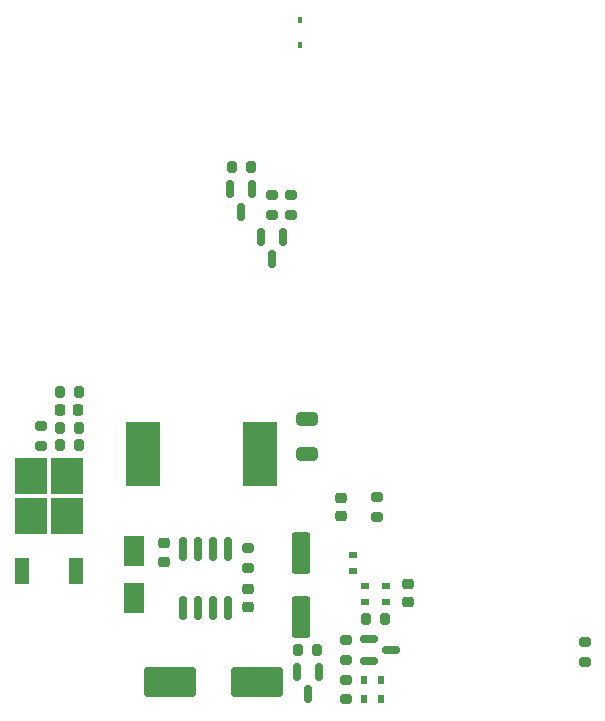
<source format=gbr>
%TF.GenerationSoftware,KiCad,Pcbnew,(6.0.11-0)*%
%TF.CreationDate,2023-07-12T13:15:56+12:00*%
%TF.ProjectId,controller-lower-cut,636f6e74-726f-46c6-9c65-722d6c6f7765,3.2*%
%TF.SameCoordinates,PX1c9c380PY1312d00*%
%TF.FileFunction,Paste,Top*%
%TF.FilePolarity,Positive*%
%FSLAX46Y46*%
G04 Gerber Fmt 4.6, Leading zero omitted, Abs format (unit mm)*
G04 Created by KiCad (PCBNEW (6.0.11-0)) date 2023-07-12 13:15:56*
%MOMM*%
%LPD*%
G01*
G04 APERTURE LIST*
G04 Aperture macros list*
%AMRoundRect*
0 Rectangle with rounded corners*
0 $1 Rounding radius*
0 $2 $3 $4 $5 $6 $7 $8 $9 X,Y pos of 4 corners*
0 Add a 4 corners polygon primitive as box body*
4,1,4,$2,$3,$4,$5,$6,$7,$8,$9,$2,$3,0*
0 Add four circle primitives for the rounded corners*
1,1,$1+$1,$2,$3*
1,1,$1+$1,$4,$5*
1,1,$1+$1,$6,$7*
1,1,$1+$1,$8,$9*
0 Add four rect primitives between the rounded corners*
20,1,$1+$1,$2,$3,$4,$5,0*
20,1,$1+$1,$4,$5,$6,$7,0*
20,1,$1+$1,$6,$7,$8,$9,0*
20,1,$1+$1,$8,$9,$2,$3,0*%
G04 Aperture macros list end*
%ADD10RoundRect,0.225000X0.250000X-0.225000X0.250000X0.225000X-0.250000X0.225000X-0.250000X-0.225000X0*%
%ADD11RoundRect,0.200000X0.200000X0.275000X-0.200000X0.275000X-0.200000X-0.275000X0.200000X-0.275000X0*%
%ADD12RoundRect,0.200000X0.275000X-0.200000X0.275000X0.200000X-0.275000X0.200000X-0.275000X-0.200000X0*%
%ADD13RoundRect,0.150000X-0.150000X0.587500X-0.150000X-0.587500X0.150000X-0.587500X0.150000X0.587500X0*%
%ADD14R,0.700000X0.600000*%
%ADD15RoundRect,0.200000X-0.275000X0.200000X-0.275000X-0.200000X0.275000X-0.200000X0.275000X0.200000X0*%
%ADD16R,1.800000X2.500000*%
%ADD17R,2.750000X3.050000*%
%ADD18R,1.200000X2.200000*%
%ADD19RoundRect,0.250000X-0.650000X0.325000X-0.650000X-0.325000X0.650000X-0.325000X0.650000X0.325000X0*%
%ADD20R,2.900000X5.400000*%
%ADD21R,0.600000X0.700000*%
%ADD22RoundRect,0.200000X-0.200000X-0.275000X0.200000X-0.275000X0.200000X0.275000X-0.200000X0.275000X0*%
%ADD23RoundRect,0.250000X-0.550000X1.500000X-0.550000X-1.500000X0.550000X-1.500000X0.550000X1.500000X0*%
%ADD24RoundRect,0.225000X-0.250000X0.225000X-0.250000X-0.225000X0.250000X-0.225000X0.250000X0.225000X0*%
%ADD25R,0.450000X0.600000*%
%ADD26RoundRect,0.225000X0.225000X0.250000X-0.225000X0.250000X-0.225000X-0.250000X0.225000X-0.250000X0*%
%ADD27RoundRect,0.150000X-0.587500X-0.150000X0.587500X-0.150000X0.587500X0.150000X-0.587500X0.150000X0*%
%ADD28RoundRect,0.150000X0.150000X-0.825000X0.150000X0.825000X-0.150000X0.825000X-0.150000X-0.825000X0*%
%ADD29RoundRect,0.250000X-1.950000X-1.000000X1.950000X-1.000000X1.950000X1.000000X-1.950000X1.000000X0*%
G04 APERTURE END LIST*
D10*
%TO.C,C5*%
X36550000Y-74365000D03*
X36550000Y-72815000D03*
%TD*%
D11*
%TO.C,R4*%
X22225000Y-59200000D03*
X20575000Y-59200000D03*
%TD*%
D10*
%TO.C,C2*%
X50100000Y-73967893D03*
X50100000Y-72417893D03*
%TD*%
D12*
%TO.C,R5*%
X65100000Y-79017893D03*
X65100000Y-77367893D03*
%TD*%
D13*
%TO.C,Q4*%
X39500000Y-43019607D03*
X37600000Y-43019607D03*
X38550000Y-44894607D03*
%TD*%
D14*
%TO.C,D2*%
X48200000Y-73992893D03*
X48200000Y-72592893D03*
%TD*%
D15*
%TO.C,R8*%
X19000000Y-59075000D03*
X19000000Y-60725000D03*
%TD*%
D16*
%TO.C,D6*%
X26900000Y-69610000D03*
X26900000Y-73610000D03*
%TD*%
D17*
%TO.C,Q2*%
X18125000Y-66675000D03*
X21175000Y-66675000D03*
X21175000Y-63325000D03*
X18125000Y-63325000D03*
D18*
X17370000Y-71300000D03*
X21930000Y-71300000D03*
%TD*%
D19*
%TO.C,C7*%
X41525000Y-58450000D03*
X41525000Y-61400000D03*
%TD*%
D20*
%TO.C,L1*%
X27600000Y-61410000D03*
X37500000Y-61410000D03*
%TD*%
D21*
%TO.C,D5*%
X47750000Y-82150000D03*
X46350000Y-82150000D03*
%TD*%
D15*
%TO.C,R12*%
X36550000Y-69425000D03*
X36550000Y-71075000D03*
%TD*%
D22*
%TO.C,R7*%
X20575000Y-60700000D03*
X22225000Y-60700000D03*
%TD*%
D23*
%TO.C,C8*%
X41000000Y-69800000D03*
X41000000Y-75200000D03*
%TD*%
D22*
%TO.C,R9*%
X20575000Y-56200000D03*
X22225000Y-56200000D03*
%TD*%
D24*
%TO.C,C1*%
X44400000Y-65150000D03*
X44400000Y-66700000D03*
%TD*%
D25*
%TO.C,D7*%
X40900000Y-24700000D03*
X40900000Y-26800000D03*
%TD*%
D12*
%TO.C,R18*%
X40190000Y-41182107D03*
X40190000Y-39532107D03*
%TD*%
D22*
%TO.C,R11*%
X40725000Y-78050000D03*
X42375000Y-78050000D03*
%TD*%
D12*
%TO.C,R10*%
X44800000Y-82175000D03*
X44800000Y-80525000D03*
%TD*%
D22*
%TO.C,R20*%
X35160000Y-37102107D03*
X36810000Y-37102107D03*
%TD*%
D15*
%TO.C,R6*%
X44800000Y-77175000D03*
X44800000Y-78825000D03*
%TD*%
D21*
%TO.C,D4*%
X47750000Y-80550000D03*
X46350000Y-80550000D03*
%TD*%
D26*
%TO.C,C3*%
X22175000Y-57700000D03*
X20625000Y-57700000D03*
%TD*%
D14*
%TO.C,D1*%
X45437500Y-71337500D03*
X45437500Y-69937500D03*
%TD*%
D27*
%TO.C,Q1*%
X46762500Y-77050000D03*
X46762500Y-78950000D03*
X48637500Y-78000000D03*
%TD*%
D12*
%TO.C,R2*%
X47425000Y-66750000D03*
X47425000Y-65100000D03*
%TD*%
D11*
%TO.C,R3*%
X48125000Y-75400000D03*
X46475000Y-75400000D03*
%TD*%
D13*
%TO.C,Q5*%
X36900000Y-39019607D03*
X35000000Y-39019607D03*
X35950000Y-40894607D03*
%TD*%
D28*
%TO.C,U1*%
X31045000Y-74434999D03*
X32315000Y-74434999D03*
X33585000Y-74434999D03*
X34855000Y-74434999D03*
X34855000Y-69484999D03*
X33585000Y-69484999D03*
X32315000Y-69484999D03*
X31045000Y-69484999D03*
%TD*%
D13*
%TO.C,Q3*%
X42550000Y-79862500D03*
X40650000Y-79862500D03*
X41600000Y-81737500D03*
%TD*%
D29*
%TO.C,C4*%
X29900000Y-80760000D03*
X37300000Y-80760000D03*
%TD*%
D15*
%TO.C,R19*%
X38550000Y-39532107D03*
X38550000Y-41182107D03*
%TD*%
D10*
%TO.C,C6*%
X29450000Y-70534999D03*
X29450000Y-68984999D03*
%TD*%
D14*
%TO.C,D3*%
X46400000Y-73992893D03*
X46400000Y-72592893D03*
%TD*%
M02*

</source>
